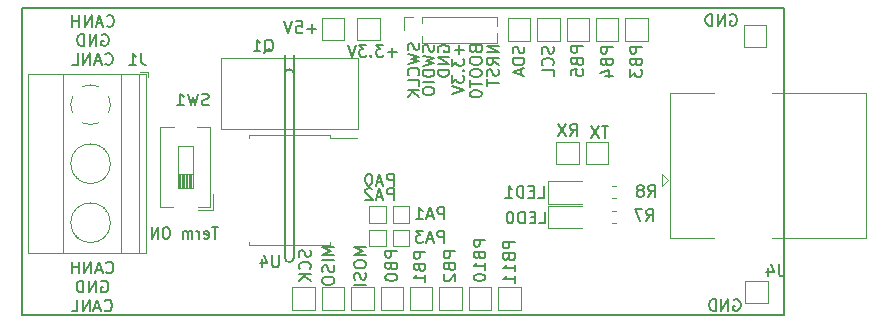
<source format=gbr>
G04 #@! TF.GenerationSoftware,KiCad,Pcbnew,6.0.5*
G04 #@! TF.CreationDate,2022-09-23T16:59:50+03:00*
G04 #@! TF.ProjectId,stm32,73746d33-322e-46b6-9963-61645f706362,rev?*
G04 #@! TF.SameCoordinates,Original*
G04 #@! TF.FileFunction,Legend,Bot*
G04 #@! TF.FilePolarity,Positive*
%FSLAX46Y46*%
G04 Gerber Fmt 4.6, Leading zero omitted, Abs format (unit mm)*
G04 Created by KiCad (PCBNEW 6.0.5) date 2022-09-23 16:59:50*
%MOMM*%
%LPD*%
G01*
G04 APERTURE LIST*
%ADD10C,0.200000*%
%ADD11C,0.150000*%
G04 #@! TA.AperFunction,Profile*
%ADD12C,0.150000*%
G04 #@! TD*
%ADD13C,0.120000*%
G04 APERTURE END LIST*
D10*
X68121066Y-71848342D02*
X68168685Y-71895961D01*
X68311542Y-71943580D01*
X68406780Y-71943580D01*
X68549638Y-71895961D01*
X68644876Y-71800723D01*
X68692495Y-71705485D01*
X68740114Y-71515009D01*
X68740114Y-71372152D01*
X68692495Y-71181676D01*
X68644876Y-71086438D01*
X68549638Y-70991200D01*
X68406780Y-70943580D01*
X68311542Y-70943580D01*
X68168685Y-70991200D01*
X68121066Y-71038819D01*
X67740114Y-71657866D02*
X67263923Y-71657866D01*
X67835352Y-71943580D02*
X67502019Y-70943580D01*
X67168685Y-71943580D01*
X66835352Y-71943580D02*
X66835352Y-70943580D01*
X66263923Y-71943580D01*
X66263923Y-70943580D01*
X65787733Y-71943580D02*
X65787733Y-70943580D01*
X65787733Y-71419771D02*
X65216304Y-71419771D01*
X65216304Y-71943580D02*
X65216304Y-70943580D01*
X67716304Y-72601200D02*
X67811542Y-72553580D01*
X67954400Y-72553580D01*
X68097257Y-72601200D01*
X68192495Y-72696438D01*
X68240114Y-72791676D01*
X68287733Y-72982152D01*
X68287733Y-73125009D01*
X68240114Y-73315485D01*
X68192495Y-73410723D01*
X68097257Y-73505961D01*
X67954400Y-73553580D01*
X67859161Y-73553580D01*
X67716304Y-73505961D01*
X67668685Y-73458342D01*
X67668685Y-73125009D01*
X67859161Y-73125009D01*
X67240114Y-73553580D02*
X67240114Y-72553580D01*
X66668685Y-73553580D01*
X66668685Y-72553580D01*
X66192495Y-73553580D02*
X66192495Y-72553580D01*
X65954400Y-72553580D01*
X65811542Y-72601200D01*
X65716304Y-72696438D01*
X65668685Y-72791676D01*
X65621066Y-72982152D01*
X65621066Y-73125009D01*
X65668685Y-73315485D01*
X65716304Y-73410723D01*
X65811542Y-73505961D01*
X65954400Y-73553580D01*
X66192495Y-73553580D01*
X68002019Y-75068342D02*
X68049638Y-75115961D01*
X68192495Y-75163580D01*
X68287733Y-75163580D01*
X68430590Y-75115961D01*
X68525828Y-75020723D01*
X68573447Y-74925485D01*
X68621066Y-74735009D01*
X68621066Y-74592152D01*
X68573447Y-74401676D01*
X68525828Y-74306438D01*
X68430590Y-74211200D01*
X68287733Y-74163580D01*
X68192495Y-74163580D01*
X68049638Y-74211200D01*
X68002019Y-74258819D01*
X67621066Y-74877866D02*
X67144876Y-74877866D01*
X67716304Y-75163580D02*
X67382971Y-74163580D01*
X67049638Y-75163580D01*
X66716304Y-75163580D02*
X66716304Y-74163580D01*
X66144876Y-75163580D01*
X66144876Y-74163580D01*
X65192495Y-75163580D02*
X65668685Y-75163580D01*
X65668685Y-74163580D01*
X68171866Y-50969542D02*
X68219485Y-51017161D01*
X68362342Y-51064780D01*
X68457580Y-51064780D01*
X68600438Y-51017161D01*
X68695676Y-50921923D01*
X68743295Y-50826685D01*
X68790914Y-50636209D01*
X68790914Y-50493352D01*
X68743295Y-50302876D01*
X68695676Y-50207638D01*
X68600438Y-50112400D01*
X68457580Y-50064780D01*
X68362342Y-50064780D01*
X68219485Y-50112400D01*
X68171866Y-50160019D01*
X67790914Y-50779066D02*
X67314723Y-50779066D01*
X67886152Y-51064780D02*
X67552819Y-50064780D01*
X67219485Y-51064780D01*
X66886152Y-51064780D02*
X66886152Y-50064780D01*
X66314723Y-51064780D01*
X66314723Y-50064780D01*
X65838533Y-51064780D02*
X65838533Y-50064780D01*
X65838533Y-50540971D02*
X65267104Y-50540971D01*
X65267104Y-51064780D02*
X65267104Y-50064780D01*
X67767104Y-51722400D02*
X67862342Y-51674780D01*
X68005200Y-51674780D01*
X68148057Y-51722400D01*
X68243295Y-51817638D01*
X68290914Y-51912876D01*
X68338533Y-52103352D01*
X68338533Y-52246209D01*
X68290914Y-52436685D01*
X68243295Y-52531923D01*
X68148057Y-52627161D01*
X68005200Y-52674780D01*
X67909961Y-52674780D01*
X67767104Y-52627161D01*
X67719485Y-52579542D01*
X67719485Y-52246209D01*
X67909961Y-52246209D01*
X67290914Y-52674780D02*
X67290914Y-51674780D01*
X66719485Y-52674780D01*
X66719485Y-51674780D01*
X66243295Y-52674780D02*
X66243295Y-51674780D01*
X66005200Y-51674780D01*
X65862342Y-51722400D01*
X65767104Y-51817638D01*
X65719485Y-51912876D01*
X65671866Y-52103352D01*
X65671866Y-52246209D01*
X65719485Y-52436685D01*
X65767104Y-52531923D01*
X65862342Y-52627161D01*
X66005200Y-52674780D01*
X66243295Y-52674780D01*
X68052819Y-54189542D02*
X68100438Y-54237161D01*
X68243295Y-54284780D01*
X68338533Y-54284780D01*
X68481390Y-54237161D01*
X68576628Y-54141923D01*
X68624247Y-54046685D01*
X68671866Y-53856209D01*
X68671866Y-53713352D01*
X68624247Y-53522876D01*
X68576628Y-53427638D01*
X68481390Y-53332400D01*
X68338533Y-53284780D01*
X68243295Y-53284780D01*
X68100438Y-53332400D01*
X68052819Y-53380019D01*
X67671866Y-53999066D02*
X67195676Y-53999066D01*
X67767104Y-54284780D02*
X67433771Y-53284780D01*
X67100438Y-54284780D01*
X66767104Y-54284780D02*
X66767104Y-53284780D01*
X66195676Y-54284780D01*
X66195676Y-53284780D01*
X65243295Y-54284780D02*
X65719485Y-54284780D01*
X65719485Y-53284780D01*
D11*
X98013828Y-52610000D02*
X98013828Y-53371904D01*
X98394780Y-52990952D02*
X97632876Y-52990952D01*
X97394780Y-53752857D02*
X97394780Y-54371904D01*
X97775733Y-54038571D01*
X97775733Y-54181428D01*
X97823352Y-54276666D01*
X97870971Y-54324285D01*
X97966209Y-54371904D01*
X98204304Y-54371904D01*
X98299542Y-54324285D01*
X98347161Y-54276666D01*
X98394780Y-54181428D01*
X98394780Y-53895714D01*
X98347161Y-53800476D01*
X98299542Y-53752857D01*
X98299542Y-54800476D02*
X98347161Y-54848095D01*
X98394780Y-54800476D01*
X98347161Y-54752857D01*
X98299542Y-54800476D01*
X98394780Y-54800476D01*
X97394780Y-55181428D02*
X97394780Y-55800476D01*
X97775733Y-55467142D01*
X97775733Y-55610000D01*
X97823352Y-55705238D01*
X97870971Y-55752857D01*
X97966209Y-55800476D01*
X98204304Y-55800476D01*
X98299542Y-55752857D01*
X98347161Y-55705238D01*
X98394780Y-55610000D01*
X98394780Y-55324285D01*
X98347161Y-55229047D01*
X98299542Y-55181428D01*
X97394780Y-56086190D02*
X98394780Y-56419523D01*
X97394780Y-56752857D01*
X99394971Y-52979866D02*
X99442590Y-53122723D01*
X99490209Y-53170342D01*
X99585447Y-53217961D01*
X99728304Y-53217961D01*
X99823542Y-53170342D01*
X99871161Y-53122723D01*
X99918780Y-53027485D01*
X99918780Y-52646533D01*
X98918780Y-52646533D01*
X98918780Y-52979866D01*
X98966400Y-53075104D01*
X99014019Y-53122723D01*
X99109257Y-53170342D01*
X99204495Y-53170342D01*
X99299733Y-53122723D01*
X99347352Y-53075104D01*
X99394971Y-52979866D01*
X99394971Y-52646533D01*
X98918780Y-53837009D02*
X98918780Y-54027485D01*
X98966400Y-54122723D01*
X99061638Y-54217961D01*
X99252114Y-54265580D01*
X99585447Y-54265580D01*
X99775923Y-54217961D01*
X99871161Y-54122723D01*
X99918780Y-54027485D01*
X99918780Y-53837009D01*
X99871161Y-53741771D01*
X99775923Y-53646533D01*
X99585447Y-53598914D01*
X99252114Y-53598914D01*
X99061638Y-53646533D01*
X98966400Y-53741771D01*
X98918780Y-53837009D01*
X98918780Y-54884628D02*
X98918780Y-55075104D01*
X98966400Y-55170342D01*
X99061638Y-55265580D01*
X99252114Y-55313200D01*
X99585447Y-55313200D01*
X99775923Y-55265580D01*
X99871161Y-55170342D01*
X99918780Y-55075104D01*
X99918780Y-54884628D01*
X99871161Y-54789390D01*
X99775923Y-54694152D01*
X99585447Y-54646533D01*
X99252114Y-54646533D01*
X99061638Y-54694152D01*
X98966400Y-54789390D01*
X98918780Y-54884628D01*
X98918780Y-55598914D02*
X98918780Y-56170342D01*
X99918780Y-55884628D02*
X98918780Y-55884628D01*
X98918780Y-56694152D02*
X98918780Y-56789390D01*
X98966400Y-56884628D01*
X99014019Y-56932247D01*
X99109257Y-56979866D01*
X99299733Y-57027485D01*
X99537828Y-57027485D01*
X99728304Y-56979866D01*
X99823542Y-56932247D01*
X99871161Y-56884628D01*
X99918780Y-56789390D01*
X99918780Y-56694152D01*
X99871161Y-56598914D01*
X99823542Y-56551295D01*
X99728304Y-56503676D01*
X99537828Y-56456057D01*
X99299733Y-56456057D01*
X99109257Y-56503676D01*
X99014019Y-56551295D01*
X98966400Y-56598914D01*
X98918780Y-56694152D01*
X101341180Y-52662342D02*
X100341180Y-52662342D01*
X101341180Y-53233771D01*
X100341180Y-53233771D01*
X101341180Y-54281390D02*
X100864990Y-53948057D01*
X101341180Y-53709961D02*
X100341180Y-53709961D01*
X100341180Y-54090914D01*
X100388800Y-54186152D01*
X100436419Y-54233771D01*
X100531657Y-54281390D01*
X100674514Y-54281390D01*
X100769752Y-54233771D01*
X100817371Y-54186152D01*
X100864990Y-54090914D01*
X100864990Y-53709961D01*
X101293561Y-54662342D02*
X101341180Y-54805200D01*
X101341180Y-55043295D01*
X101293561Y-55138533D01*
X101245942Y-55186152D01*
X101150704Y-55233771D01*
X101055466Y-55233771D01*
X100960228Y-55186152D01*
X100912609Y-55138533D01*
X100864990Y-55043295D01*
X100817371Y-54852819D01*
X100769752Y-54757580D01*
X100722133Y-54709961D01*
X100626895Y-54662342D01*
X100531657Y-54662342D01*
X100436419Y-54709961D01*
X100388800Y-54757580D01*
X100341180Y-54852819D01*
X100341180Y-55090914D01*
X100388800Y-55233771D01*
X100341180Y-55519485D02*
X100341180Y-56090914D01*
X101341180Y-55805200D02*
X100341180Y-55805200D01*
X96223200Y-53187695D02*
X96175580Y-53092457D01*
X96175580Y-52949600D01*
X96223200Y-52806742D01*
X96318438Y-52711504D01*
X96413676Y-52663885D01*
X96604152Y-52616266D01*
X96747009Y-52616266D01*
X96937485Y-52663885D01*
X97032723Y-52711504D01*
X97127961Y-52806742D01*
X97175580Y-52949600D01*
X97175580Y-53044838D01*
X97127961Y-53187695D01*
X97080342Y-53235314D01*
X96747009Y-53235314D01*
X96747009Y-53044838D01*
X97175580Y-53663885D02*
X96175580Y-53663885D01*
X97175580Y-54235314D01*
X96175580Y-54235314D01*
X97175580Y-54711504D02*
X96175580Y-54711504D01*
X96175580Y-54949600D01*
X96223200Y-55092457D01*
X96318438Y-55187695D01*
X96413676Y-55235314D01*
X96604152Y-55282933D01*
X96747009Y-55282933D01*
X96937485Y-55235314D01*
X97032723Y-55187695D01*
X97127961Y-55092457D01*
X97175580Y-54949600D01*
X97175580Y-54711504D01*
X95857961Y-52592552D02*
X95905580Y-52735409D01*
X95905580Y-52973504D01*
X95857961Y-53068742D01*
X95810342Y-53116361D01*
X95715104Y-53163980D01*
X95619866Y-53163980D01*
X95524628Y-53116361D01*
X95477009Y-53068742D01*
X95429390Y-52973504D01*
X95381771Y-52783028D01*
X95334152Y-52687790D01*
X95286533Y-52640171D01*
X95191295Y-52592552D01*
X95096057Y-52592552D01*
X95000819Y-52640171D01*
X94953200Y-52687790D01*
X94905580Y-52783028D01*
X94905580Y-53021123D01*
X94953200Y-53163980D01*
X94905580Y-53497314D02*
X95905580Y-53735409D01*
X95191295Y-53925885D01*
X95905580Y-54116361D01*
X94905580Y-54354457D01*
X95905580Y-54735409D02*
X94905580Y-54735409D01*
X94905580Y-54973504D01*
X94953200Y-55116361D01*
X95048438Y-55211600D01*
X95143676Y-55259219D01*
X95334152Y-55306838D01*
X95477009Y-55306838D01*
X95667485Y-55259219D01*
X95762723Y-55211600D01*
X95857961Y-55116361D01*
X95905580Y-54973504D01*
X95905580Y-54735409D01*
X95905580Y-55735409D02*
X94905580Y-55735409D01*
X94905580Y-56402076D02*
X94905580Y-56592552D01*
X94953200Y-56687790D01*
X95048438Y-56783028D01*
X95238914Y-56830647D01*
X95572247Y-56830647D01*
X95762723Y-56783028D01*
X95857961Y-56687790D01*
X95905580Y-56592552D01*
X95905580Y-56402076D01*
X95857961Y-56306838D01*
X95762723Y-56211600D01*
X95572247Y-56163980D01*
X95238914Y-56163980D01*
X95048438Y-56211600D01*
X94953200Y-56306838D01*
X94905580Y-56402076D01*
X94587961Y-52449695D02*
X94635580Y-52592552D01*
X94635580Y-52830647D01*
X94587961Y-52925885D01*
X94540342Y-52973504D01*
X94445104Y-53021123D01*
X94349866Y-53021123D01*
X94254628Y-52973504D01*
X94207009Y-52925885D01*
X94159390Y-52830647D01*
X94111771Y-52640171D01*
X94064152Y-52544933D01*
X94016533Y-52497314D01*
X93921295Y-52449695D01*
X93826057Y-52449695D01*
X93730819Y-52497314D01*
X93683200Y-52544933D01*
X93635580Y-52640171D01*
X93635580Y-52878266D01*
X93683200Y-53021123D01*
X93635580Y-53354457D02*
X94635580Y-53592552D01*
X93921295Y-53783028D01*
X94635580Y-53973504D01*
X93635580Y-54211600D01*
X94540342Y-55163980D02*
X94587961Y-55116361D01*
X94635580Y-54973504D01*
X94635580Y-54878266D01*
X94587961Y-54735409D01*
X94492723Y-54640171D01*
X94397485Y-54592552D01*
X94207009Y-54544933D01*
X94064152Y-54544933D01*
X93873676Y-54592552D01*
X93778438Y-54640171D01*
X93683200Y-54735409D01*
X93635580Y-54878266D01*
X93635580Y-54973504D01*
X93683200Y-55116361D01*
X93730819Y-55163980D01*
X94635580Y-56068742D02*
X94635580Y-55592552D01*
X93635580Y-55592552D01*
X94635580Y-56402076D02*
X93635580Y-56402076D01*
X94635580Y-56973504D02*
X94064152Y-56544933D01*
X93635580Y-56973504D02*
X94207009Y-56402076D01*
D12*
X61000000Y-75500000D02*
X125500000Y-75500000D01*
X61000000Y-49500000D02*
X61000000Y-75500000D01*
X125500000Y-50000000D02*
X125500000Y-49500000D01*
X61000000Y-49500000D02*
X125500000Y-49500000D01*
X84010500Y-55054500D02*
G75*
G03*
X83248500Y-55054500I-381000J0D01*
G01*
X83248500Y-70612000D02*
G75*
G03*
X84010500Y-70612000I381000J0D01*
G01*
X84010500Y-55054500D02*
X84010500Y-70612000D01*
X83248500Y-55054500D02*
X83248500Y-70612000D01*
D11*
X77596323Y-68032380D02*
X77070609Y-68032380D01*
X77333466Y-69032380D02*
X77333466Y-68032380D01*
X76413466Y-68984761D02*
X76501085Y-69032380D01*
X76676323Y-69032380D01*
X76763942Y-68984761D01*
X76807752Y-68889523D01*
X76807752Y-68508571D01*
X76763942Y-68413333D01*
X76676323Y-68365714D01*
X76501085Y-68365714D01*
X76413466Y-68413333D01*
X76369657Y-68508571D01*
X76369657Y-68603809D01*
X76807752Y-68699047D01*
X75975371Y-69032380D02*
X75975371Y-68365714D01*
X75975371Y-68556190D02*
X75931561Y-68460952D01*
X75887752Y-68413333D01*
X75800133Y-68365714D01*
X75712514Y-68365714D01*
X75405847Y-69032380D02*
X75405847Y-68365714D01*
X75405847Y-68460952D02*
X75362038Y-68413333D01*
X75274419Y-68365714D01*
X75142990Y-68365714D01*
X75055371Y-68413333D01*
X75011561Y-68508571D01*
X75011561Y-69032380D01*
X75011561Y-68508571D02*
X74967752Y-68413333D01*
X74880133Y-68365714D01*
X74748704Y-68365714D01*
X74661085Y-68413333D01*
X74617276Y-68508571D01*
X74617276Y-69032380D01*
X73302990Y-68032380D02*
X73127752Y-68032380D01*
X73040133Y-68080000D01*
X72952514Y-68175238D01*
X72908704Y-68365714D01*
X72908704Y-68699047D01*
X72952514Y-68889523D01*
X73040133Y-68984761D01*
X73127752Y-69032380D01*
X73302990Y-69032380D01*
X73390609Y-68984761D01*
X73478228Y-68889523D01*
X73522038Y-68699047D01*
X73522038Y-68365714D01*
X73478228Y-68175238D01*
X73390609Y-68080000D01*
X73302990Y-68032380D01*
X72514419Y-69032380D02*
X72514419Y-68032380D01*
X71988704Y-69032380D01*
X71988704Y-68032380D01*
D12*
X125500000Y-75500000D02*
X125500000Y-50000000D01*
D11*
X102712780Y-69253314D02*
X101712780Y-69253314D01*
X101712780Y-69634266D01*
X101760400Y-69729504D01*
X101808019Y-69777123D01*
X101903257Y-69824742D01*
X102046114Y-69824742D01*
X102141352Y-69777123D01*
X102188971Y-69729504D01*
X102236590Y-69634266D01*
X102236590Y-69253314D01*
X102188971Y-70586647D02*
X102236590Y-70729504D01*
X102284209Y-70777123D01*
X102379447Y-70824742D01*
X102522304Y-70824742D01*
X102617542Y-70777123D01*
X102665161Y-70729504D01*
X102712780Y-70634266D01*
X102712780Y-70253314D01*
X101712780Y-70253314D01*
X101712780Y-70586647D01*
X101760400Y-70681885D01*
X101808019Y-70729504D01*
X101903257Y-70777123D01*
X101998495Y-70777123D01*
X102093733Y-70729504D01*
X102141352Y-70681885D01*
X102188971Y-70586647D01*
X102188971Y-70253314D01*
X102712780Y-71777123D02*
X102712780Y-71205695D01*
X102712780Y-71491409D02*
X101712780Y-71491409D01*
X101855638Y-71396171D01*
X101950876Y-71300933D01*
X101998495Y-71205695D01*
X102712780Y-72729504D02*
X102712780Y-72158076D01*
X102712780Y-72443790D02*
X101712780Y-72443790D01*
X101855638Y-72348552D01*
X101950876Y-72253314D01*
X101998495Y-72158076D01*
X100223580Y-69100914D02*
X99223580Y-69100914D01*
X99223580Y-69481866D01*
X99271200Y-69577104D01*
X99318819Y-69624723D01*
X99414057Y-69672342D01*
X99556914Y-69672342D01*
X99652152Y-69624723D01*
X99699771Y-69577104D01*
X99747390Y-69481866D01*
X99747390Y-69100914D01*
X99699771Y-70434247D02*
X99747390Y-70577104D01*
X99795009Y-70624723D01*
X99890247Y-70672342D01*
X100033104Y-70672342D01*
X100128342Y-70624723D01*
X100175961Y-70577104D01*
X100223580Y-70481866D01*
X100223580Y-70100914D01*
X99223580Y-70100914D01*
X99223580Y-70434247D01*
X99271200Y-70529485D01*
X99318819Y-70577104D01*
X99414057Y-70624723D01*
X99509295Y-70624723D01*
X99604533Y-70577104D01*
X99652152Y-70529485D01*
X99699771Y-70434247D01*
X99699771Y-70100914D01*
X100223580Y-71624723D02*
X100223580Y-71053295D01*
X100223580Y-71339009D02*
X99223580Y-71339009D01*
X99366438Y-71243771D01*
X99461676Y-71148533D01*
X99509295Y-71053295D01*
X99223580Y-72243771D02*
X99223580Y-72339009D01*
X99271200Y-72434247D01*
X99318819Y-72481866D01*
X99414057Y-72529485D01*
X99604533Y-72577104D01*
X99842628Y-72577104D01*
X100033104Y-72529485D01*
X100128342Y-72481866D01*
X100175961Y-72434247D01*
X100223580Y-72339009D01*
X100223580Y-72243771D01*
X100175961Y-72148533D01*
X100128342Y-72100914D01*
X100033104Y-72053295D01*
X99842628Y-72005676D01*
X99604533Y-72005676D01*
X99414057Y-72053295D01*
X99318819Y-72100914D01*
X99271200Y-72148533D01*
X99223580Y-72243771D01*
X96721466Y-69337180D02*
X96721466Y-68337180D01*
X96340514Y-68337180D01*
X96245276Y-68384800D01*
X96197657Y-68432419D01*
X96150038Y-68527657D01*
X96150038Y-68670514D01*
X96197657Y-68765752D01*
X96245276Y-68813371D01*
X96340514Y-68860990D01*
X96721466Y-68860990D01*
X95769085Y-69051466D02*
X95292895Y-69051466D01*
X95864323Y-69337180D02*
X95530990Y-68337180D01*
X95197657Y-69337180D01*
X94959561Y-68337180D02*
X94340514Y-68337180D01*
X94673847Y-68718133D01*
X94530990Y-68718133D01*
X94435752Y-68765752D01*
X94388133Y-68813371D01*
X94340514Y-68908609D01*
X94340514Y-69146704D01*
X94388133Y-69241942D01*
X94435752Y-69289561D01*
X94530990Y-69337180D01*
X94816704Y-69337180D01*
X94911942Y-69289561D01*
X94959561Y-69241942D01*
X92454266Y-65730380D02*
X92454266Y-64730380D01*
X92073314Y-64730380D01*
X91978076Y-64778000D01*
X91930457Y-64825619D01*
X91882838Y-64920857D01*
X91882838Y-65063714D01*
X91930457Y-65158952D01*
X91978076Y-65206571D01*
X92073314Y-65254190D01*
X92454266Y-65254190D01*
X91501885Y-65444666D02*
X91025695Y-65444666D01*
X91597123Y-65730380D02*
X91263790Y-64730380D01*
X90930457Y-65730380D01*
X90644742Y-64825619D02*
X90597123Y-64778000D01*
X90501885Y-64730380D01*
X90263790Y-64730380D01*
X90168552Y-64778000D01*
X90120933Y-64825619D01*
X90073314Y-64920857D01*
X90073314Y-65016095D01*
X90120933Y-65158952D01*
X90692361Y-65730380D01*
X90073314Y-65730380D01*
X96721466Y-67355980D02*
X96721466Y-66355980D01*
X96340514Y-66355980D01*
X96245276Y-66403600D01*
X96197657Y-66451219D01*
X96150038Y-66546457D01*
X96150038Y-66689314D01*
X96197657Y-66784552D01*
X96245276Y-66832171D01*
X96340514Y-66879790D01*
X96721466Y-66879790D01*
X95769085Y-67070266D02*
X95292895Y-67070266D01*
X95864323Y-67355980D02*
X95530990Y-66355980D01*
X95197657Y-67355980D01*
X94340514Y-67355980D02*
X94911942Y-67355980D01*
X94626228Y-67355980D02*
X94626228Y-66355980D01*
X94721466Y-66498838D01*
X94816704Y-66594076D01*
X94911942Y-66641695D01*
X92454266Y-64511180D02*
X92454266Y-63511180D01*
X92073314Y-63511180D01*
X91978076Y-63558800D01*
X91930457Y-63606419D01*
X91882838Y-63701657D01*
X91882838Y-63844514D01*
X91930457Y-63939752D01*
X91978076Y-63987371D01*
X92073314Y-64034990D01*
X92454266Y-64034990D01*
X91501885Y-64225466D02*
X91025695Y-64225466D01*
X91597123Y-64511180D02*
X91263790Y-63511180D01*
X90930457Y-64511180D01*
X90406647Y-63511180D02*
X90311409Y-63511180D01*
X90216171Y-63558800D01*
X90168552Y-63606419D01*
X90120933Y-63701657D01*
X90073314Y-63892133D01*
X90073314Y-64130228D01*
X90120933Y-64320704D01*
X90168552Y-64415942D01*
X90216171Y-64463561D01*
X90311409Y-64511180D01*
X90406647Y-64511180D01*
X90501885Y-64463561D01*
X90549504Y-64415942D01*
X90597123Y-64320704D01*
X90644742Y-64130228D01*
X90644742Y-63892133D01*
X90597123Y-63701657D01*
X90549504Y-63606419D01*
X90501885Y-63558800D01*
X90406647Y-63511180D01*
X85918514Y-51227028D02*
X85156609Y-51227028D01*
X85537561Y-51607980D02*
X85537561Y-50846076D01*
X84204228Y-50607980D02*
X84680419Y-50607980D01*
X84728038Y-51084171D01*
X84680419Y-51036552D01*
X84585180Y-50988933D01*
X84347085Y-50988933D01*
X84251847Y-51036552D01*
X84204228Y-51084171D01*
X84156609Y-51179409D01*
X84156609Y-51417504D01*
X84204228Y-51512742D01*
X84251847Y-51560361D01*
X84347085Y-51607980D01*
X84585180Y-51607980D01*
X84680419Y-51560361D01*
X84728038Y-51512742D01*
X83870895Y-50607980D02*
X83537561Y-51607980D01*
X83204228Y-50607980D01*
X92728800Y-53208228D02*
X91966895Y-53208228D01*
X92347847Y-53589180D02*
X92347847Y-52827276D01*
X91585942Y-52589180D02*
X90966895Y-52589180D01*
X91300228Y-52970133D01*
X91157371Y-52970133D01*
X91062133Y-53017752D01*
X91014514Y-53065371D01*
X90966895Y-53160609D01*
X90966895Y-53398704D01*
X91014514Y-53493942D01*
X91062133Y-53541561D01*
X91157371Y-53589180D01*
X91443085Y-53589180D01*
X91538323Y-53541561D01*
X91585942Y-53493942D01*
X90538323Y-53493942D02*
X90490704Y-53541561D01*
X90538323Y-53589180D01*
X90585942Y-53541561D01*
X90538323Y-53493942D01*
X90538323Y-53589180D01*
X90157371Y-52589180D02*
X89538323Y-52589180D01*
X89871657Y-52970133D01*
X89728800Y-52970133D01*
X89633561Y-53017752D01*
X89585942Y-53065371D01*
X89538323Y-53160609D01*
X89538323Y-53398704D01*
X89585942Y-53493942D01*
X89633561Y-53541561D01*
X89728800Y-53589180D01*
X90014514Y-53589180D01*
X90109752Y-53541561D01*
X90157371Y-53493942D01*
X89252609Y-52589180D02*
X88919276Y-53589180D01*
X88585942Y-52589180D01*
X120954704Y-50046000D02*
X121049942Y-49998380D01*
X121192800Y-49998380D01*
X121335657Y-50046000D01*
X121430895Y-50141238D01*
X121478514Y-50236476D01*
X121526133Y-50426952D01*
X121526133Y-50569809D01*
X121478514Y-50760285D01*
X121430895Y-50855523D01*
X121335657Y-50950761D01*
X121192800Y-50998380D01*
X121097561Y-50998380D01*
X120954704Y-50950761D01*
X120907085Y-50903142D01*
X120907085Y-50569809D01*
X121097561Y-50569809D01*
X120478514Y-50998380D02*
X120478514Y-49998380D01*
X119907085Y-50998380D01*
X119907085Y-49998380D01*
X119430895Y-50998380D02*
X119430895Y-49998380D01*
X119192800Y-49998380D01*
X119049942Y-50046000D01*
X118954704Y-50141238D01*
X118907085Y-50236476D01*
X118859466Y-50426952D01*
X118859466Y-50569809D01*
X118907085Y-50760285D01*
X118954704Y-50855523D01*
X119049942Y-50950761D01*
X119192800Y-50998380D01*
X119430895Y-50998380D01*
X121259504Y-74176000D02*
X121354742Y-74128380D01*
X121497600Y-74128380D01*
X121640457Y-74176000D01*
X121735695Y-74271238D01*
X121783314Y-74366476D01*
X121830933Y-74556952D01*
X121830933Y-74699809D01*
X121783314Y-74890285D01*
X121735695Y-74985523D01*
X121640457Y-75080761D01*
X121497600Y-75128380D01*
X121402361Y-75128380D01*
X121259504Y-75080761D01*
X121211885Y-75033142D01*
X121211885Y-74699809D01*
X121402361Y-74699809D01*
X120783314Y-75128380D02*
X120783314Y-74128380D01*
X120211885Y-75128380D01*
X120211885Y-74128380D01*
X119735695Y-75128380D02*
X119735695Y-74128380D01*
X119497600Y-74128380D01*
X119354742Y-74176000D01*
X119259504Y-74271238D01*
X119211885Y-74366476D01*
X119164266Y-74556952D01*
X119164266Y-74699809D01*
X119211885Y-74890285D01*
X119259504Y-74985523D01*
X119354742Y-75080761D01*
X119497600Y-75128380D01*
X119735695Y-75128380D01*
X125054333Y-71173880D02*
X125054333Y-71888166D01*
X125101952Y-72031023D01*
X125197190Y-72126261D01*
X125340047Y-72173880D01*
X125435285Y-72173880D01*
X124149571Y-71507214D02*
X124149571Y-72173880D01*
X124387666Y-71126261D02*
X124625761Y-71840547D01*
X124006714Y-71840547D01*
X113482380Y-52762304D02*
X112482380Y-52762304D01*
X112482380Y-53143257D01*
X112530000Y-53238495D01*
X112577619Y-53286114D01*
X112672857Y-53333733D01*
X112815714Y-53333733D01*
X112910952Y-53286114D01*
X112958571Y-53238495D01*
X113006190Y-53143257D01*
X113006190Y-52762304D01*
X112958571Y-54095638D02*
X113006190Y-54238495D01*
X113053809Y-54286114D01*
X113149047Y-54333733D01*
X113291904Y-54333733D01*
X113387142Y-54286114D01*
X113434761Y-54238495D01*
X113482380Y-54143257D01*
X113482380Y-53762304D01*
X112482380Y-53762304D01*
X112482380Y-54095638D01*
X112530000Y-54190876D01*
X112577619Y-54238495D01*
X112672857Y-54286114D01*
X112768095Y-54286114D01*
X112863333Y-54238495D01*
X112910952Y-54190876D01*
X112958571Y-54095638D01*
X112958571Y-53762304D01*
X112482380Y-54667066D02*
X112482380Y-55286114D01*
X112863333Y-54952780D01*
X112863333Y-55095638D01*
X112910952Y-55190876D01*
X112958571Y-55238495D01*
X113053809Y-55286114D01*
X113291904Y-55286114D01*
X113387142Y-55238495D01*
X113434761Y-55190876D01*
X113482380Y-55095638D01*
X113482380Y-54809923D01*
X113434761Y-54714685D01*
X113387142Y-54667066D01*
X97683580Y-70085104D02*
X96683580Y-70085104D01*
X96683580Y-70466057D01*
X96731200Y-70561295D01*
X96778819Y-70608914D01*
X96874057Y-70656533D01*
X97016914Y-70656533D01*
X97112152Y-70608914D01*
X97159771Y-70561295D01*
X97207390Y-70466057D01*
X97207390Y-70085104D01*
X97159771Y-71418438D02*
X97207390Y-71561295D01*
X97255009Y-71608914D01*
X97350247Y-71656533D01*
X97493104Y-71656533D01*
X97588342Y-71608914D01*
X97635961Y-71561295D01*
X97683580Y-71466057D01*
X97683580Y-71085104D01*
X96683580Y-71085104D01*
X96683580Y-71418438D01*
X96731200Y-71513676D01*
X96778819Y-71561295D01*
X96874057Y-71608914D01*
X96969295Y-71608914D01*
X97064533Y-71561295D01*
X97112152Y-71513676D01*
X97159771Y-71418438D01*
X97159771Y-71085104D01*
X96778819Y-72037485D02*
X96731200Y-72085104D01*
X96683580Y-72180342D01*
X96683580Y-72418438D01*
X96731200Y-72513676D01*
X96778819Y-72561295D01*
X96874057Y-72608914D01*
X96969295Y-72608914D01*
X97112152Y-72561295D01*
X97683580Y-71989866D01*
X97683580Y-72608914D01*
X108503980Y-52711504D02*
X107503980Y-52711504D01*
X107503980Y-53092457D01*
X107551600Y-53187695D01*
X107599219Y-53235314D01*
X107694457Y-53282933D01*
X107837314Y-53282933D01*
X107932552Y-53235314D01*
X107980171Y-53187695D01*
X108027790Y-53092457D01*
X108027790Y-52711504D01*
X107980171Y-54044838D02*
X108027790Y-54187695D01*
X108075409Y-54235314D01*
X108170647Y-54282933D01*
X108313504Y-54282933D01*
X108408742Y-54235314D01*
X108456361Y-54187695D01*
X108503980Y-54092457D01*
X108503980Y-53711504D01*
X107503980Y-53711504D01*
X107503980Y-54044838D01*
X107551600Y-54140076D01*
X107599219Y-54187695D01*
X107694457Y-54235314D01*
X107789695Y-54235314D01*
X107884933Y-54187695D01*
X107932552Y-54140076D01*
X107980171Y-54044838D01*
X107980171Y-53711504D01*
X107503980Y-55187695D02*
X107503980Y-54711504D01*
X107980171Y-54663885D01*
X107932552Y-54711504D01*
X107884933Y-54806742D01*
X107884933Y-55044838D01*
X107932552Y-55140076D01*
X107980171Y-55187695D01*
X108075409Y-55235314D01*
X108313504Y-55235314D01*
X108408742Y-55187695D01*
X108456361Y-55140076D01*
X108503980Y-55044838D01*
X108503980Y-54806742D01*
X108456361Y-54711504D01*
X108408742Y-54663885D01*
X110993180Y-52762304D02*
X109993180Y-52762304D01*
X109993180Y-53143257D01*
X110040800Y-53238495D01*
X110088419Y-53286114D01*
X110183657Y-53333733D01*
X110326514Y-53333733D01*
X110421752Y-53286114D01*
X110469371Y-53238495D01*
X110516990Y-53143257D01*
X110516990Y-52762304D01*
X110469371Y-54095638D02*
X110516990Y-54238495D01*
X110564609Y-54286114D01*
X110659847Y-54333733D01*
X110802704Y-54333733D01*
X110897942Y-54286114D01*
X110945561Y-54238495D01*
X110993180Y-54143257D01*
X110993180Y-53762304D01*
X109993180Y-53762304D01*
X109993180Y-54095638D01*
X110040800Y-54190876D01*
X110088419Y-54238495D01*
X110183657Y-54286114D01*
X110278895Y-54286114D01*
X110374133Y-54238495D01*
X110421752Y-54190876D01*
X110469371Y-54095638D01*
X110469371Y-53762304D01*
X110326514Y-55190876D02*
X110993180Y-55190876D01*
X109945561Y-54952780D02*
X110659847Y-54714685D01*
X110659847Y-55333733D01*
X95143580Y-70135904D02*
X94143580Y-70135904D01*
X94143580Y-70516857D01*
X94191200Y-70612095D01*
X94238819Y-70659714D01*
X94334057Y-70707333D01*
X94476914Y-70707333D01*
X94572152Y-70659714D01*
X94619771Y-70612095D01*
X94667390Y-70516857D01*
X94667390Y-70135904D01*
X94619771Y-71469238D02*
X94667390Y-71612095D01*
X94715009Y-71659714D01*
X94810247Y-71707333D01*
X94953104Y-71707333D01*
X95048342Y-71659714D01*
X95095961Y-71612095D01*
X95143580Y-71516857D01*
X95143580Y-71135904D01*
X94143580Y-71135904D01*
X94143580Y-71469238D01*
X94191200Y-71564476D01*
X94238819Y-71612095D01*
X94334057Y-71659714D01*
X94429295Y-71659714D01*
X94524533Y-71612095D01*
X94572152Y-71564476D01*
X94619771Y-71469238D01*
X94619771Y-71135904D01*
X95143580Y-72659714D02*
X95143580Y-72088285D01*
X95143580Y-72374000D02*
X94143580Y-72374000D01*
X94286438Y-72278761D01*
X94381676Y-72183523D01*
X94429295Y-72088285D01*
X92755980Y-70034304D02*
X91755980Y-70034304D01*
X91755980Y-70415257D01*
X91803600Y-70510495D01*
X91851219Y-70558114D01*
X91946457Y-70605733D01*
X92089314Y-70605733D01*
X92184552Y-70558114D01*
X92232171Y-70510495D01*
X92279790Y-70415257D01*
X92279790Y-70034304D01*
X92232171Y-71367638D02*
X92279790Y-71510495D01*
X92327409Y-71558114D01*
X92422647Y-71605733D01*
X92565504Y-71605733D01*
X92660742Y-71558114D01*
X92708361Y-71510495D01*
X92755980Y-71415257D01*
X92755980Y-71034304D01*
X91755980Y-71034304D01*
X91755980Y-71367638D01*
X91803600Y-71462876D01*
X91851219Y-71510495D01*
X91946457Y-71558114D01*
X92041695Y-71558114D01*
X92136933Y-71510495D01*
X92184552Y-71462876D01*
X92232171Y-71367638D01*
X92232171Y-71034304D01*
X91755980Y-72224780D02*
X91755980Y-72320019D01*
X91803600Y-72415257D01*
X91851219Y-72462876D01*
X91946457Y-72510495D01*
X92136933Y-72558114D01*
X92375028Y-72558114D01*
X92565504Y-72510495D01*
X92660742Y-72462876D01*
X92708361Y-72415257D01*
X92755980Y-72320019D01*
X92755980Y-72224780D01*
X92708361Y-72129542D01*
X92660742Y-72081923D01*
X92565504Y-72034304D01*
X92375028Y-71986685D01*
X92136933Y-71986685D01*
X91946457Y-72034304D01*
X91851219Y-72081923D01*
X91803600Y-72129542D01*
X91755980Y-72224780D01*
X103477961Y-52735314D02*
X103525580Y-52878171D01*
X103525580Y-53116266D01*
X103477961Y-53211504D01*
X103430342Y-53259123D01*
X103335104Y-53306742D01*
X103239866Y-53306742D01*
X103144628Y-53259123D01*
X103097009Y-53211504D01*
X103049390Y-53116266D01*
X103001771Y-52925790D01*
X102954152Y-52830552D01*
X102906533Y-52782933D01*
X102811295Y-52735314D01*
X102716057Y-52735314D01*
X102620819Y-52782933D01*
X102573200Y-52830552D01*
X102525580Y-52925790D01*
X102525580Y-53163885D01*
X102573200Y-53306742D01*
X103525580Y-53735314D02*
X102525580Y-53735314D01*
X102525580Y-53973409D01*
X102573200Y-54116266D01*
X102668438Y-54211504D01*
X102763676Y-54259123D01*
X102954152Y-54306742D01*
X103097009Y-54306742D01*
X103287485Y-54259123D01*
X103382723Y-54211504D01*
X103477961Y-54116266D01*
X103525580Y-53973409D01*
X103525580Y-53735314D01*
X103239866Y-54687695D02*
X103239866Y-55163885D01*
X103525580Y-54592457D02*
X102525580Y-54925790D01*
X103525580Y-55259123D01*
X105967161Y-52759123D02*
X106014780Y-52901980D01*
X106014780Y-53140076D01*
X105967161Y-53235314D01*
X105919542Y-53282933D01*
X105824304Y-53330552D01*
X105729066Y-53330552D01*
X105633828Y-53282933D01*
X105586209Y-53235314D01*
X105538590Y-53140076D01*
X105490971Y-52949600D01*
X105443352Y-52854361D01*
X105395733Y-52806742D01*
X105300495Y-52759123D01*
X105205257Y-52759123D01*
X105110019Y-52806742D01*
X105062400Y-52854361D01*
X105014780Y-52949600D01*
X105014780Y-53187695D01*
X105062400Y-53330552D01*
X105919542Y-54330552D02*
X105967161Y-54282933D01*
X106014780Y-54140076D01*
X106014780Y-54044838D01*
X105967161Y-53901980D01*
X105871923Y-53806742D01*
X105776685Y-53759123D01*
X105586209Y-53711504D01*
X105443352Y-53711504D01*
X105252876Y-53759123D01*
X105157638Y-53806742D01*
X105062400Y-53901980D01*
X105014780Y-54044838D01*
X105014780Y-54140076D01*
X105062400Y-54282933D01*
X105110019Y-54330552D01*
X106014780Y-55235314D02*
X106014780Y-54759123D01*
X105014780Y-54759123D01*
X107405466Y-60294780D02*
X107738800Y-59818590D01*
X107976895Y-60294780D02*
X107976895Y-59294780D01*
X107595942Y-59294780D01*
X107500704Y-59342400D01*
X107453085Y-59390019D01*
X107405466Y-59485257D01*
X107405466Y-59628114D01*
X107453085Y-59723352D01*
X107500704Y-59770971D01*
X107595942Y-59818590D01*
X107976895Y-59818590D01*
X107072133Y-59294780D02*
X106405466Y-60294780D01*
X106405466Y-59294780D02*
X107072133Y-60294780D01*
X110642304Y-59447180D02*
X110070876Y-59447180D01*
X110356590Y-60447180D02*
X110356590Y-59447180D01*
X109832780Y-59447180D02*
X109166114Y-60447180D01*
X109166114Y-59447180D02*
X109832780Y-60447180D01*
X90114380Y-69751771D02*
X89114380Y-69751771D01*
X89828666Y-70085104D01*
X89114380Y-70418438D01*
X90114380Y-70418438D01*
X89114380Y-71085104D02*
X89114380Y-71275580D01*
X89162000Y-71370819D01*
X89257238Y-71466057D01*
X89447714Y-71513676D01*
X89781047Y-71513676D01*
X89971523Y-71466057D01*
X90066761Y-71370819D01*
X90114380Y-71275580D01*
X90114380Y-71085104D01*
X90066761Y-70989866D01*
X89971523Y-70894628D01*
X89781047Y-70847009D01*
X89447714Y-70847009D01*
X89257238Y-70894628D01*
X89162000Y-70989866D01*
X89114380Y-71085104D01*
X90066761Y-71894628D02*
X90114380Y-72037485D01*
X90114380Y-72275580D01*
X90066761Y-72370819D01*
X90019142Y-72418438D01*
X89923904Y-72466057D01*
X89828666Y-72466057D01*
X89733428Y-72418438D01*
X89685809Y-72370819D01*
X89638190Y-72275580D01*
X89590571Y-72085104D01*
X89542952Y-71989866D01*
X89495333Y-71942247D01*
X89400095Y-71894628D01*
X89304857Y-71894628D01*
X89209619Y-71942247D01*
X89162000Y-71989866D01*
X89114380Y-72085104D01*
X89114380Y-72323200D01*
X89162000Y-72466057D01*
X90114380Y-72894628D02*
X89114380Y-72894628D01*
X87421980Y-69700971D02*
X86421980Y-69700971D01*
X87136266Y-70034304D01*
X86421980Y-70367638D01*
X87421980Y-70367638D01*
X87421980Y-70843828D02*
X86421980Y-70843828D01*
X87374361Y-71272400D02*
X87421980Y-71415257D01*
X87421980Y-71653352D01*
X87374361Y-71748590D01*
X87326742Y-71796209D01*
X87231504Y-71843828D01*
X87136266Y-71843828D01*
X87041028Y-71796209D01*
X86993409Y-71748590D01*
X86945790Y-71653352D01*
X86898171Y-71462876D01*
X86850552Y-71367638D01*
X86802933Y-71320019D01*
X86707695Y-71272400D01*
X86612457Y-71272400D01*
X86517219Y-71320019D01*
X86469600Y-71367638D01*
X86421980Y-71462876D01*
X86421980Y-71700971D01*
X86469600Y-71843828D01*
X86421980Y-72462876D02*
X86421980Y-72653352D01*
X86469600Y-72748590D01*
X86564838Y-72843828D01*
X86755314Y-72891447D01*
X87088647Y-72891447D01*
X87279123Y-72843828D01*
X87374361Y-72748590D01*
X87421980Y-72653352D01*
X87421980Y-72462876D01*
X87374361Y-72367638D01*
X87279123Y-72272400D01*
X87088647Y-72224780D01*
X86755314Y-72224780D01*
X86564838Y-72272400D01*
X86469600Y-72367638D01*
X86421980Y-72462876D01*
X85393161Y-69986685D02*
X85440780Y-70129542D01*
X85440780Y-70367638D01*
X85393161Y-70462876D01*
X85345542Y-70510495D01*
X85250304Y-70558114D01*
X85155066Y-70558114D01*
X85059828Y-70510495D01*
X85012209Y-70462876D01*
X84964590Y-70367638D01*
X84916971Y-70177161D01*
X84869352Y-70081923D01*
X84821733Y-70034304D01*
X84726495Y-69986685D01*
X84631257Y-69986685D01*
X84536019Y-70034304D01*
X84488400Y-70081923D01*
X84440780Y-70177161D01*
X84440780Y-70415257D01*
X84488400Y-70558114D01*
X85345542Y-71558114D02*
X85393161Y-71510495D01*
X85440780Y-71367638D01*
X85440780Y-71272400D01*
X85393161Y-71129542D01*
X85297923Y-71034304D01*
X85202685Y-70986685D01*
X85012209Y-70939066D01*
X84869352Y-70939066D01*
X84678876Y-70986685D01*
X84583638Y-71034304D01*
X84488400Y-71129542D01*
X84440780Y-71272400D01*
X84440780Y-71367638D01*
X84488400Y-71510495D01*
X84536019Y-71558114D01*
X85440780Y-71986685D02*
X84440780Y-71986685D01*
X85440780Y-72558114D02*
X84869352Y-72129542D01*
X84440780Y-72558114D02*
X85012209Y-71986685D01*
X104792847Y-67711580D02*
X105269038Y-67711580D01*
X105269038Y-66711580D01*
X104459514Y-67187771D02*
X104126180Y-67187771D01*
X103983323Y-67711580D02*
X104459514Y-67711580D01*
X104459514Y-66711580D01*
X103983323Y-66711580D01*
X103554752Y-67711580D02*
X103554752Y-66711580D01*
X103316657Y-66711580D01*
X103173800Y-66759200D01*
X103078561Y-66854438D01*
X103030942Y-66949676D01*
X102983323Y-67140152D01*
X102983323Y-67283009D01*
X103030942Y-67473485D01*
X103078561Y-67568723D01*
X103173800Y-67663961D01*
X103316657Y-67711580D01*
X103554752Y-67711580D01*
X102364276Y-66711580D02*
X102269038Y-66711580D01*
X102173800Y-66759200D01*
X102126180Y-66806819D01*
X102078561Y-66902057D01*
X102030942Y-67092533D01*
X102030942Y-67330628D01*
X102078561Y-67521104D01*
X102126180Y-67616342D01*
X102173800Y-67663961D01*
X102269038Y-67711580D01*
X102364276Y-67711580D01*
X102459514Y-67663961D01*
X102507133Y-67616342D01*
X102554752Y-67521104D01*
X102602371Y-67330628D01*
X102602371Y-67092533D01*
X102554752Y-66902057D01*
X102507133Y-66806819D01*
X102459514Y-66759200D01*
X102364276Y-66711580D01*
X104682247Y-65527180D02*
X105158438Y-65527180D01*
X105158438Y-64527180D01*
X104348914Y-65003371D02*
X104015580Y-65003371D01*
X103872723Y-65527180D02*
X104348914Y-65527180D01*
X104348914Y-64527180D01*
X103872723Y-64527180D01*
X103444152Y-65527180D02*
X103444152Y-64527180D01*
X103206057Y-64527180D01*
X103063200Y-64574800D01*
X102967961Y-64670038D01*
X102920342Y-64765276D01*
X102872723Y-64955752D01*
X102872723Y-65098609D01*
X102920342Y-65289085D01*
X102967961Y-65384323D01*
X103063200Y-65479561D01*
X103206057Y-65527180D01*
X103444152Y-65527180D01*
X101920342Y-65527180D02*
X102491771Y-65527180D01*
X102206057Y-65527180D02*
X102206057Y-64527180D01*
X102301295Y-64670038D01*
X102396533Y-64765276D01*
X102491771Y-64812895D01*
X71097733Y-53300380D02*
X71097733Y-54014666D01*
X71145352Y-54157523D01*
X71240590Y-54252761D01*
X71383447Y-54300380D01*
X71478685Y-54300380D01*
X70097733Y-54300380D02*
X70669161Y-54300380D01*
X70383447Y-54300380D02*
X70383447Y-53300380D01*
X70478685Y-53443238D01*
X70573923Y-53538476D01*
X70669161Y-53586095D01*
X81502238Y-53252619D02*
X81597476Y-53205000D01*
X81692714Y-53109761D01*
X81835571Y-52966904D01*
X81930809Y-52919285D01*
X82026047Y-52919285D01*
X81978428Y-53157380D02*
X82073666Y-53109761D01*
X82168904Y-53014523D01*
X82216523Y-52824047D01*
X82216523Y-52490714D01*
X82168904Y-52300238D01*
X82073666Y-52205000D01*
X81978428Y-52157380D01*
X81787952Y-52157380D01*
X81692714Y-52205000D01*
X81597476Y-52300238D01*
X81549857Y-52490714D01*
X81549857Y-52824047D01*
X81597476Y-53014523D01*
X81692714Y-53109761D01*
X81787952Y-53157380D01*
X81978428Y-53157380D01*
X80597476Y-53157380D02*
X81168904Y-53157380D01*
X80883190Y-53157380D02*
X80883190Y-52157380D01*
X80978428Y-52300238D01*
X81073666Y-52395476D01*
X81168904Y-52443095D01*
X113857066Y-67508380D02*
X114190400Y-67032190D01*
X114428495Y-67508380D02*
X114428495Y-66508380D01*
X114047542Y-66508380D01*
X113952304Y-66556000D01*
X113904685Y-66603619D01*
X113857066Y-66698857D01*
X113857066Y-66841714D01*
X113904685Y-66936952D01*
X113952304Y-66984571D01*
X114047542Y-67032190D01*
X114428495Y-67032190D01*
X113523733Y-66508380D02*
X112857066Y-66508380D01*
X113285638Y-67508380D01*
X114009466Y-65476380D02*
X114342800Y-65000190D01*
X114580895Y-65476380D02*
X114580895Y-64476380D01*
X114199942Y-64476380D01*
X114104704Y-64524000D01*
X114057085Y-64571619D01*
X114009466Y-64666857D01*
X114009466Y-64809714D01*
X114057085Y-64904952D01*
X114104704Y-64952571D01*
X114199942Y-65000190D01*
X114580895Y-65000190D01*
X113438038Y-64904952D02*
X113533276Y-64857333D01*
X113580895Y-64809714D01*
X113628514Y-64714476D01*
X113628514Y-64666857D01*
X113580895Y-64571619D01*
X113533276Y-64524000D01*
X113438038Y-64476380D01*
X113247561Y-64476380D01*
X113152323Y-64524000D01*
X113104704Y-64571619D01*
X113057085Y-64666857D01*
X113057085Y-64714476D01*
X113104704Y-64809714D01*
X113152323Y-64857333D01*
X113247561Y-64904952D01*
X113438038Y-64904952D01*
X113533276Y-64952571D01*
X113580895Y-65000190D01*
X113628514Y-65095428D01*
X113628514Y-65285904D01*
X113580895Y-65381142D01*
X113533276Y-65428761D01*
X113438038Y-65476380D01*
X113247561Y-65476380D01*
X113152323Y-65428761D01*
X113104704Y-65381142D01*
X113057085Y-65285904D01*
X113057085Y-65095428D01*
X113104704Y-65000190D01*
X113152323Y-64952571D01*
X113247561Y-64904952D01*
X76796733Y-57669061D02*
X76653876Y-57716680D01*
X76415780Y-57716680D01*
X76320542Y-57669061D01*
X76272923Y-57621442D01*
X76225304Y-57526204D01*
X76225304Y-57430966D01*
X76272923Y-57335728D01*
X76320542Y-57288109D01*
X76415780Y-57240490D01*
X76606257Y-57192871D01*
X76701495Y-57145252D01*
X76749114Y-57097633D01*
X76796733Y-57002395D01*
X76796733Y-56907157D01*
X76749114Y-56811919D01*
X76701495Y-56764300D01*
X76606257Y-56716680D01*
X76368161Y-56716680D01*
X76225304Y-56764300D01*
X75891971Y-56716680D02*
X75653876Y-57716680D01*
X75463400Y-57002395D01*
X75272923Y-57716680D01*
X75034828Y-56716680D01*
X74130066Y-57716680D02*
X74701495Y-57716680D01*
X74415780Y-57716680D02*
X74415780Y-56716680D01*
X74511019Y-56859538D01*
X74606257Y-56954776D01*
X74701495Y-57002395D01*
X82753104Y-70419980D02*
X82753104Y-71229504D01*
X82705485Y-71324742D01*
X82657866Y-71372361D01*
X82562628Y-71419980D01*
X82372152Y-71419980D01*
X82276914Y-71372361D01*
X82229295Y-71324742D01*
X82181676Y-71229504D01*
X82181676Y-70419980D01*
X81276914Y-70753314D02*
X81276914Y-71419980D01*
X81515009Y-70372361D02*
X81753104Y-71086647D01*
X81134057Y-71086647D01*
D13*
X103210400Y-73116400D02*
X101310400Y-73116400D01*
X101310400Y-75016400D02*
X103210400Y-75016400D01*
X103210400Y-75016400D02*
X103210400Y-73116400D01*
X101310400Y-73116400D02*
X101310400Y-75016400D01*
X100721200Y-73116400D02*
X98821200Y-73116400D01*
X98821200Y-75016400D02*
X100721200Y-75016400D01*
X100721200Y-75016400D02*
X100721200Y-73116400D01*
X98821200Y-73116400D02*
X98821200Y-75016400D01*
X92365600Y-69635600D02*
X93765600Y-69635600D01*
X92365600Y-68235600D02*
X92365600Y-69635600D01*
X93765600Y-69635600D02*
X93765600Y-68235600D01*
X93765600Y-68235600D02*
X92365600Y-68235600D01*
X90384400Y-69635600D02*
X91784400Y-69635600D01*
X90384400Y-68235600D02*
X90384400Y-69635600D01*
X91784400Y-69635600D02*
X91784400Y-68235600D01*
X91784400Y-68235600D02*
X90384400Y-68235600D01*
X92365600Y-67654400D02*
X93765600Y-67654400D01*
X92365600Y-66254400D02*
X92365600Y-67654400D01*
X93765600Y-67654400D02*
X93765600Y-66254400D01*
X93765600Y-66254400D02*
X92365600Y-66254400D01*
X90384400Y-67654400D02*
X91784400Y-67654400D01*
X90384400Y-66254400D02*
X90384400Y-67654400D01*
X91784400Y-67654400D02*
X91784400Y-66254400D01*
X91784400Y-66254400D02*
X90384400Y-66254400D01*
X86375200Y-52207200D02*
X88275200Y-52207200D01*
X88275200Y-50307200D02*
X86375200Y-50307200D01*
X86375200Y-50307200D02*
X86375200Y-52207200D01*
X88275200Y-52207200D02*
X88275200Y-50307200D01*
X89372400Y-52207200D02*
X91272400Y-52207200D01*
X91272400Y-50307200D02*
X89372400Y-50307200D01*
X89372400Y-50307200D02*
X89372400Y-52207200D01*
X91272400Y-52207200D02*
X91272400Y-50307200D01*
X122087600Y-52816800D02*
X123987600Y-52816800D01*
X123987600Y-50916800D02*
X122087600Y-50916800D01*
X122087600Y-50916800D02*
X122087600Y-52816800D01*
X123987600Y-52816800D02*
X123987600Y-50916800D01*
X122240000Y-74457600D02*
X124140000Y-74457600D01*
X124140000Y-72557600D02*
X122240000Y-72557600D01*
X122240000Y-72557600D02*
X122240000Y-74457600D01*
X124140000Y-74457600D02*
X124140000Y-72557600D01*
X115871000Y-68931500D02*
X119621000Y-68931500D01*
X132491000Y-56711500D02*
X124521000Y-56711500D01*
X132491000Y-56711500D02*
X132491000Y-68931500D01*
X115671000Y-64071500D02*
X115171000Y-64571500D01*
X115871000Y-56711500D02*
X115871000Y-68931500D01*
X132491000Y-68931500D02*
X124521000Y-68931500D01*
X115171000Y-63571500D02*
X115671000Y-64071500D01*
X115871000Y-56711500D02*
X119621000Y-56711500D01*
X115171000Y-64571500D02*
X115171000Y-63571500D01*
X93372400Y-50198000D02*
X93372400Y-51308000D01*
X94892400Y-52418000D02*
X101177400Y-52418000D01*
X101177400Y-51615530D02*
X101177400Y-52418000D01*
X94892400Y-50198000D02*
X101177400Y-50198000D01*
X101177400Y-50198000D02*
X101177400Y-51000470D01*
X94132400Y-50198000D02*
X93372400Y-50198000D01*
X94892400Y-50198000D02*
X94892400Y-50744529D01*
X94892400Y-51871471D02*
X94892400Y-52418000D01*
X112080000Y-52258000D02*
X113980000Y-52258000D01*
X113980000Y-50358000D02*
X112080000Y-50358000D01*
X112080000Y-50358000D02*
X112080000Y-52258000D01*
X113980000Y-52258000D02*
X113980000Y-50358000D01*
X96332000Y-75016400D02*
X98232000Y-75016400D01*
X98232000Y-73116400D02*
X96332000Y-73116400D01*
X96332000Y-73116400D02*
X96332000Y-75016400D01*
X98232000Y-75016400D02*
X98232000Y-73116400D01*
X107101600Y-52258000D02*
X109001600Y-52258000D01*
X109001600Y-50358000D02*
X107101600Y-50358000D01*
X107101600Y-50358000D02*
X107101600Y-52258000D01*
X109001600Y-52258000D02*
X109001600Y-50358000D01*
X109590800Y-52258000D02*
X111490800Y-52258000D01*
X111490800Y-50358000D02*
X109590800Y-50358000D01*
X109590800Y-50358000D02*
X109590800Y-52258000D01*
X111490800Y-52258000D02*
X111490800Y-50358000D01*
X93842800Y-75016400D02*
X95742800Y-75016400D01*
X95742800Y-73116400D02*
X93842800Y-73116400D01*
X93842800Y-73116400D02*
X93842800Y-75016400D01*
X95742800Y-75016400D02*
X95742800Y-73116400D01*
X91353600Y-75016400D02*
X93253600Y-75016400D01*
X93253600Y-73116400D02*
X91353600Y-73116400D01*
X91353600Y-73116400D02*
X91353600Y-75016400D01*
X93253600Y-75016400D02*
X93253600Y-73116400D01*
X102126000Y-52258000D02*
X104026000Y-52258000D01*
X104026000Y-50358000D02*
X102126000Y-50358000D01*
X102126000Y-50358000D02*
X102126000Y-52258000D01*
X104026000Y-52258000D02*
X104026000Y-50358000D01*
X104612400Y-52258000D02*
X106512400Y-52258000D01*
X106512400Y-50358000D02*
X104612400Y-50358000D01*
X104612400Y-50358000D02*
X104612400Y-52258000D01*
X106512400Y-52258000D02*
X106512400Y-50358000D01*
X106238000Y-62722800D02*
X108138000Y-62722800D01*
X108138000Y-60822800D02*
X106238000Y-60822800D01*
X106238000Y-60822800D02*
X106238000Y-62722800D01*
X108138000Y-62722800D02*
X108138000Y-60822800D01*
X108727200Y-62722800D02*
X110627200Y-62722800D01*
X110627200Y-60822800D02*
X108727200Y-60822800D01*
X108727200Y-60822800D02*
X108727200Y-62722800D01*
X110627200Y-62722800D02*
X110627200Y-60822800D01*
X88864400Y-75016400D02*
X90764400Y-75016400D01*
X90764400Y-73116400D02*
X88864400Y-73116400D01*
X88864400Y-73116400D02*
X88864400Y-75016400D01*
X90764400Y-75016400D02*
X90764400Y-73116400D01*
X86375200Y-75016400D02*
X88275200Y-75016400D01*
X88275200Y-73116400D02*
X86375200Y-73116400D01*
X86375200Y-73116400D02*
X86375200Y-75016400D01*
X88275200Y-75016400D02*
X88275200Y-73116400D01*
X83886000Y-75016400D02*
X85786000Y-75016400D01*
X85786000Y-73116400D02*
X83886000Y-73116400D01*
X83886000Y-73116400D02*
X83886000Y-75016400D01*
X85786000Y-75016400D02*
X85786000Y-73116400D01*
X108433000Y-68117600D02*
X105573000Y-68117600D01*
X105573000Y-68117600D02*
X105573000Y-66197600D01*
X105573000Y-66197600D02*
X108433000Y-66197600D01*
X108433000Y-66034800D02*
X105573000Y-66034800D01*
X105573000Y-66034800D02*
X105573000Y-64114800D01*
X105573000Y-64114800D02*
X108433000Y-64114800D01*
X71702000Y-54858000D02*
X71702000Y-55358000D01*
X70962000Y-54858000D02*
X71702000Y-54858000D01*
X67825000Y-66431000D02*
X67871000Y-66384000D01*
X65527000Y-68728000D02*
X65563000Y-68693000D01*
X68041000Y-66624000D02*
X68076000Y-66589000D01*
X65733000Y-68933000D02*
X65779000Y-68886000D01*
X67825000Y-61431000D02*
X67871000Y-61384000D01*
X65527000Y-63728000D02*
X65563000Y-63693000D01*
X68041000Y-61624000D02*
X68076000Y-61589000D01*
X65733000Y-63933000D02*
X65779000Y-63886000D01*
X61541000Y-70218000D02*
X71462000Y-70218000D01*
X61541000Y-55098000D02*
X71462000Y-55098000D01*
X71462000Y-55098000D02*
X71462000Y-70218000D01*
X61541000Y-55098000D02*
X61541000Y-70218000D01*
X64501000Y-55098000D02*
X64501000Y-70218000D01*
X69402000Y-55098000D02*
X69402000Y-70218000D01*
X70902000Y-55098000D02*
X70902000Y-70218000D01*
X68482000Y-67658000D02*
G75*
G03*
X68482000Y-67658000I-1680000J0D01*
G01*
X68482000Y-62658000D02*
G75*
G03*
X68482000Y-62658000I-1680000J0D01*
G01*
X68482253Y-57686805D02*
G75*
G03*
X68337000Y-56974000I-1680253J28805D01*
G01*
X67485042Y-56122574D02*
G75*
G03*
X66118000Y-56123000I-683042J-1535426D01*
G01*
X65266574Y-56974958D02*
G75*
G03*
X65267000Y-58342000I1535426J-683042D01*
G01*
X66118958Y-59193426D02*
G75*
G03*
X67486000Y-59193000I683042J1535426D01*
G01*
X68336756Y-58341318D02*
G75*
G03*
X68482000Y-57658000I-1534756J683318D01*
G01*
X89429500Y-59701000D02*
X77829500Y-59701000D01*
X89429500Y-53701000D02*
X77829500Y-53701000D01*
X89429500Y-53701000D02*
X89429500Y-59701000D01*
X77829500Y-53701000D02*
X77829500Y-59701000D01*
D11*
X84010500Y-53467000D02*
X84010500Y-60071000D01*
X83248500Y-60071000D02*
X83248500Y-53467000D01*
D13*
X110939733Y-67667600D02*
X111282267Y-67667600D01*
X110939733Y-66647600D02*
X111282267Y-66647600D01*
X110939733Y-65584800D02*
X111282267Y-65584800D01*
X110939733Y-64564800D02*
X111282267Y-64564800D01*
X76938400Y-66351200D02*
X76938400Y-59530200D01*
X72718400Y-66351200D02*
X72718400Y-59530200D01*
X76938400Y-66351200D02*
X75868400Y-66351200D01*
X73788400Y-66351200D02*
X72718400Y-66351200D01*
X76938400Y-59530200D02*
X75818400Y-59530200D01*
X73838400Y-59530200D02*
X72718400Y-59530200D01*
X77178400Y-66591200D02*
X77178400Y-65208200D01*
X77178400Y-66591200D02*
X75868400Y-66591200D01*
X75463400Y-64751200D02*
X74193400Y-64751200D01*
X74193400Y-64751200D02*
X74193400Y-61131200D01*
X74193400Y-61131200D02*
X75463400Y-61131200D01*
X75463400Y-61131200D02*
X75463400Y-64751200D01*
X75343400Y-64751200D02*
X75343400Y-63544533D01*
X75223400Y-64751200D02*
X75223400Y-63544533D01*
X75103400Y-64751200D02*
X75103400Y-63544533D01*
X74983400Y-64751200D02*
X74983400Y-63544533D01*
X74863400Y-64751200D02*
X74863400Y-63544533D01*
X74743400Y-64751200D02*
X74743400Y-63544533D01*
X74623400Y-64751200D02*
X74623400Y-63544533D01*
X74503400Y-64751200D02*
X74503400Y-63544533D01*
X74383400Y-64751200D02*
X74383400Y-63544533D01*
X74263400Y-64751200D02*
X74263400Y-63544533D01*
X75463400Y-63544533D02*
X74193400Y-63544533D01*
X83629500Y-69582000D02*
X80209500Y-69582000D01*
X80209500Y-69582000D02*
X80209500Y-69292000D01*
X83629500Y-69582000D02*
X87049500Y-69582000D01*
X87049500Y-69582000D02*
X87049500Y-69292000D01*
X83629500Y-60212000D02*
X80209500Y-60212000D01*
X80209500Y-60212000D02*
X80209500Y-60502000D01*
X83629500Y-60212000D02*
X87049500Y-60212000D01*
X87049500Y-60212000D02*
X87049500Y-60502000D01*
X87049500Y-60502000D02*
X89329500Y-60502000D01*
M02*

</source>
